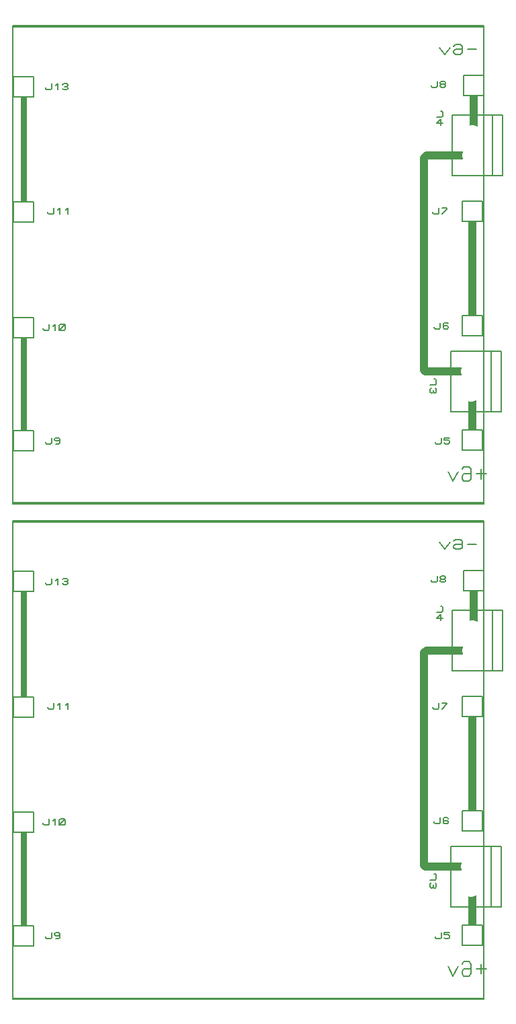
<source format=gbr>
G04 GerbMagic V3.6(Build 14551) Date:Mon Jul 18 17:47:41 2016*
G04 F:\2 SVN XBee\trunk\XBeeRemoteController\ODB_Power\Power.gbr *
%FSLAX24Y24*%
%MOIN*%
%SFA1.000B1.000*%
%MIA0B0*%
%OFA0B0*%
%INGerber*%
%IPPOS*%
%ADD10C,0.04*%
%ADD11C,0.008*%
%ADD12R,0.1X0.1*%
%ADD13C,0.1*%
%ADD14C,0.03*%
%ADD15R,0.08X0.08*%
%ADD16C,0.08*%
%LN*
LPD*%
G54D10*
X28756Y11602D03*
Y12602D03*
X28835Y9200D03*
Y23295D03*
Y24295D03*
X28874Y26759D03*
X28835Y14870D03*
Y20539D03*
X6551Y9161D03*
Y14791D03*
Y20500D03*
Y26720D03*
%LN*
LPD*%
X28756Y36119D03*
Y37119D03*
X28835Y33718D03*
Y47812D03*
Y48812D03*
X28874Y51277D03*
X28835Y39387D03*
Y45056D03*
X6551Y33678D03*
Y39308D03*
Y45017D03*
Y51237D03*
%LN*
LPD*%
X6039Y29717D02*
G54D11*
G01Y6067D01*
X29389Y29717D02*
G01X6039D01*
X29389Y6067D02*
G01Y29717D01*
X6039Y6067D02*
G01X29389D01*
%LN*
LPD*%
X6039Y54274D02*
G01Y30624D01*
X29389Y54274D02*
G01X6039D01*
X29389Y30624D02*
G01Y54274D01*
X6039Y30624D02*
G01X29389D01*
%LN*
LPD*%
X29025Y28563D02*
G01X28587D01*
X27887Y28723D02*
G01X27975Y28803D01*
X27975Y28803D02*
G01X28237D01*
X28237Y28803D02*
G01X28325Y28723D01*
X28325Y28723D02*
G01Y28403D01*
X28325Y28403D02*
G01X28237Y28323D01*
X28237Y28323D02*
G01X27975D01*
X27975Y28323D02*
G01X27887Y28403D01*
X27887Y28403D02*
G01Y28483D01*
X27887Y28483D02*
G01X27975Y28563D01*
X27975Y28563D02*
G01X28325D01*
X27712Y28643D02*
G01X27450Y28323D01*
X27450Y28323D02*
G01X27187Y28643D01*
X29532Y7528D02*
G01X29007D01*
X29269Y7768D02*
G01Y7288D01*
X28307Y7768D02*
G01X28394Y7888D01*
X28394Y7888D02*
G01X28657D01*
X28657Y7888D02*
G01X28744Y7768D01*
X28744Y7768D02*
G01Y7288D01*
X28744Y7288D02*
G01X28657Y7168D01*
X28657Y7168D02*
G01X28394D01*
X28394Y7168D02*
G01X28307Y7288D01*
X28307Y7288D02*
G01Y7408D01*
X28307Y7408D02*
G01X28394Y7528D01*
X28394Y7528D02*
G01X28744D01*
X28132Y7648D02*
G01X27869Y7168D01*
X27869Y7168D02*
G01X27607Y7648D01*
X29756Y10602D02*
G01Y13602D01*
X26935Y12226D02*
G01X26985D01*
X26985Y12226D02*
G01X27035Y12176D01*
X27035Y12176D02*
G01Y11976D01*
X27035Y11976D02*
G01X26985Y11926D01*
X26985Y11926D02*
G01X26735D01*
X26785Y11776D02*
G01X26735Y11726D01*
X26735Y11726D02*
G01Y11576D01*
X26735Y11576D02*
G01X26785Y11526D01*
X26785Y11526D02*
G01X26835D01*
X26835Y11526D02*
G01X26885Y11576D01*
X26885Y11576D02*
G01X26935Y11526D01*
X26935Y11526D02*
G01X26985D01*
X26985Y11526D02*
G01X27035Y11576D01*
X27035Y11576D02*
G01Y11726D01*
X27035Y11726D02*
G01X26985Y11776D01*
X26885Y11676D02*
G01Y11576D01*
X29835Y22295D02*
G01Y25295D01*
X27250Y25494D02*
G01X27300D01*
X27300Y25494D02*
G01X27350Y25444D01*
X27350Y25444D02*
G01Y25244D01*
X27350Y25244D02*
G01X27300Y25194D01*
X27300Y25194D02*
G01X27050D01*
X27250Y24794D02*
G01Y25094D01*
X27250Y25094D02*
G01X27050Y24894D01*
X27050Y24894D02*
G01X27350D01*
X27756Y13602D02*
G01Y10602D01*
X30256Y13602D02*
G01X27756D01*
X30256Y10602D02*
G01Y13602D01*
X27756Y10602D02*
G01X30256D01*
X27835Y25295D02*
G01Y22295D01*
X30335Y25295D02*
G01X27835D01*
X30335Y22295D02*
G01Y25295D01*
X27835Y22295D02*
G01X30335D01*
%LN*
LPD*%
X29025Y53080D02*
G01X28587D01*
X27887Y53240D02*
G01X27975Y53320D01*
X27975Y53320D02*
G01X28237D01*
X28237Y53320D02*
G01X28325Y53240D01*
X28325Y53240D02*
G01Y52920D01*
X28325Y52920D02*
G01X28237Y52840D01*
X28237Y52840D02*
G01X27975D01*
X27975Y52840D02*
G01X27887Y52920D01*
X27887Y52920D02*
G01Y53000D01*
X27887Y53000D02*
G01X27975Y53080D01*
X27975Y53080D02*
G01X28325D01*
X27712Y53160D02*
G01X27450Y52840D01*
X27450Y52840D02*
G01X27187Y53160D01*
X29532Y32045D02*
G01X29007D01*
X29269Y32285D02*
G01Y31805D01*
X28307Y32285D02*
G01X28394Y32405D01*
X28394Y32405D02*
G01X28657D01*
X28657Y32405D02*
G01X28744Y32285D01*
X28744Y32285D02*
G01Y31805D01*
X28744Y31805D02*
G01X28657Y31685D01*
X28657Y31685D02*
G01X28394D01*
X28394Y31685D02*
G01X28307Y31805D01*
X28307Y31805D02*
G01Y31925D01*
X28307Y31925D02*
G01X28394Y32045D01*
X28394Y32045D02*
G01X28744D01*
X28132Y32165D02*
G01X27869Y31685D01*
X27869Y31685D02*
G01X27607Y32165D01*
X29756Y35119D02*
G01Y38119D01*
X26935Y36744D02*
G01X26985D01*
X26985Y36744D02*
G01X27035Y36694D01*
X27035Y36694D02*
G01Y36494D01*
X27035Y36494D02*
G01X26985Y36444D01*
X26985Y36444D02*
G01X26735D01*
X26785Y36294D02*
G01X26735Y36244D01*
X26735Y36244D02*
G01Y36094D01*
X26735Y36094D02*
G01X26785Y36044D01*
X26785Y36044D02*
G01X26835D01*
X26835Y36044D02*
G01X26885Y36094D01*
X26885Y36094D02*
G01X26935Y36044D01*
X26935Y36044D02*
G01X26985D01*
X26985Y36044D02*
G01X27035Y36094D01*
X27035Y36094D02*
G01Y36244D01*
X27035Y36244D02*
G01X26985Y36294D01*
X26885Y36194D02*
G01Y36094D01*
X29835Y46812D02*
G01Y49812D01*
X27250Y50011D02*
G01X27300D01*
X27300Y50011D02*
G01X27350Y49961D01*
X27350Y49961D02*
G01Y49761D01*
X27350Y49761D02*
G01X27300Y49711D01*
X27300Y49711D02*
G01X27050D01*
X27250Y49311D02*
G01Y49611D01*
X27250Y49611D02*
G01X27050Y49411D01*
X27050Y49411D02*
G01X27350D01*
X27756Y38119D02*
G01Y35119D01*
X30256Y38119D02*
G01X27756D01*
X30256Y35119D02*
G01Y38119D01*
X27756Y35119D02*
G01X30256D01*
X27835Y49812D02*
G01Y46812D01*
X30335Y49812D02*
G01X27835D01*
X30335Y46812D02*
G01Y49812D01*
X27835Y46812D02*
G01X30335D01*
%LN*
LPC*%
G54D13*
X28756Y11602D03*
Y12602D03*
G54D12*
X28835Y9200D03*
G54D13*
Y23295D03*
Y24295D03*
G54D12*
X28874Y26759D03*
X28835Y14870D03*
Y20539D03*
X6551Y9161D03*
Y14791D03*
Y20500D03*
Y26720D03*
%LN*
LPC*%
G54D13*
X28756Y36119D03*
Y37119D03*
G54D12*
X28835Y33718D03*
G54D13*
Y47812D03*
Y48812D03*
G54D12*
X28874Y51277D03*
X28835Y39387D03*
Y45056D03*
X6551Y33678D03*
Y39308D03*
Y45017D03*
Y51237D03*
%LN*
LPD*%
G54D16*
X28756Y11602D03*
Y12602D03*
G54D15*
X28835Y9200D03*
G54D16*
Y23295D03*
Y24295D03*
G54D15*
X28874Y26759D03*
X28835Y14870D03*
Y20539D03*
X6551Y9161D03*
Y14791D03*
Y20500D03*
Y26720D03*
X28835Y23295D02*
G54D10*
G01X26544D01*
X26544Y23295D02*
G01X26436Y23188D01*
X26436Y23188D02*
G01Y12660D01*
X26436Y12660D02*
G01X26494Y12602D01*
X26494Y12602D02*
G01X28756D01*
X28756Y12602D02*
G01X28756Y12602D01*
X28835Y20539D02*
G01Y14870D01*
X28756Y11602D02*
G01X28835Y11523D01*
X28835Y11523D02*
G01Y9200D01*
X28835Y24295D02*
G01X28874D01*
X28874Y24295D02*
G01Y26759D01*
X6551Y14791D02*
G54D14*
G01Y9161D01*
X6551Y26720D02*
G01Y20500D01*
%LN*
LPD*%
G54D16*
X28756Y36119D03*
Y37119D03*
G54D15*
X28835Y33718D03*
G54D16*
Y47812D03*
Y48812D03*
G54D15*
X28874Y51277D03*
X28835Y39387D03*
Y45056D03*
X6551Y33678D03*
Y39308D03*
Y45017D03*
Y51237D03*
X28835Y47812D02*
G54D10*
G01X26544D01*
X26544Y47812D02*
G01X26436Y47705D01*
X26436Y47705D02*
G01Y37177D01*
X26436Y37177D02*
G01X26494Y37119D01*
X26494Y37119D02*
G01X28756D01*
X28756Y37119D02*
G01X28756Y37119D01*
X28835Y45056D02*
G01Y39387D01*
X28756Y36119D02*
G01X28835Y36040D01*
X28835Y36040D02*
G01Y33718D01*
X28835Y48812D02*
G01X28874D01*
X28874Y48812D02*
G01Y51277D01*
X6551Y39308D02*
G54D14*
G01Y33678D01*
X6551Y51237D02*
G01Y45017D01*
%LN*
LPD*%
G54D16*
X28756Y11602D03*
Y12602D03*
G54D15*
X28835Y9200D03*
G54D16*
Y23295D03*
Y24295D03*
G54D15*
X28874Y26759D03*
X28835Y14870D03*
Y20539D03*
X6551Y9161D03*
Y14791D03*
Y20500D03*
Y26720D03*
%LN*
LPD*%
G54D16*
X28756Y36119D03*
Y37119D03*
G54D15*
X28835Y33718D03*
G54D16*
Y47812D03*
Y48812D03*
G54D15*
X28874Y51277D03*
X28835Y39387D03*
Y45056D03*
X6551Y33678D03*
Y39308D03*
Y45017D03*
Y51237D03*
%LN*
LPC*%
G54D13*
X28756Y11602D03*
Y12602D03*
G54D12*
X28835Y9200D03*
G54D13*
Y23295D03*
Y24295D03*
G54D12*
X28874Y26759D03*
X28835Y14870D03*
Y20539D03*
X6551Y9161D03*
Y14791D03*
Y20500D03*
Y26720D03*
%LN*
LPC*%
G54D13*
X28756Y36119D03*
Y37119D03*
G54D12*
X28835Y33718D03*
G54D13*
Y47812D03*
Y48812D03*
G54D12*
X28874Y51277D03*
X28835Y39387D03*
Y45056D03*
X6551Y33678D03*
Y39308D03*
Y45017D03*
Y51237D03*
%LN*
LPD*%
X26978Y9114D02*
G54D11*
G01Y9064D01*
X26978Y9064D02*
G01X27028Y9014D01*
X27028Y9014D02*
G01X27228D01*
X27228Y9014D02*
G01X27278Y9064D01*
X27278Y9064D02*
G01Y9314D01*
X27678Y9314D02*
G01X27428D01*
X27428Y9314D02*
G01Y9214D01*
X27428Y9214D02*
G01X27628D01*
X27628Y9214D02*
G01X27678Y9164D01*
X27678Y9164D02*
G01Y9064D01*
X27678Y9064D02*
G01X27628Y9014D01*
X27628Y9014D02*
G01X27478D01*
X27478Y9014D02*
G01X27428Y9064D01*
X26781Y26791D02*
G01Y26741D01*
X26781Y26741D02*
G01X26831Y26691D01*
X26831Y26691D02*
G01X27031D01*
X27031Y26691D02*
G01X27081Y26741D01*
X27081Y26741D02*
G01Y26991D01*
X27281Y26841D02*
G01X27231Y26891D01*
X27231Y26891D02*
G01Y26941D01*
X27231Y26941D02*
G01X27281Y26991D01*
X27281Y26991D02*
G01X27431D01*
X27431Y26991D02*
G01X27481Y26941D01*
X27481Y26941D02*
G01Y26891D01*
X27481Y26891D02*
G01X27431Y26841D01*
X27431Y26841D02*
G01X27281D01*
X27281Y26841D02*
G01X27231Y26791D01*
X27231Y26791D02*
G01Y26741D01*
X27231Y26741D02*
G01X27281Y26691D01*
X27281Y26691D02*
G01X27431D01*
X27431Y26691D02*
G01X27481Y26741D01*
X27481Y26741D02*
G01Y26791D01*
X27481Y26791D02*
G01X27431Y26841D01*
X26939Y14822D02*
G01Y14772D01*
X26939Y14772D02*
G01X26989Y14722D01*
X26989Y14722D02*
G01X27189D01*
X27189Y14722D02*
G01X27239Y14772D01*
X27239Y14772D02*
G01Y15022D01*
X27639Y14972D02*
G01X27589Y15022D01*
X27589Y15022D02*
G01X27439D01*
X27439Y15022D02*
G01X27389Y14972D01*
X27389Y14972D02*
G01Y14772D01*
X27389Y14772D02*
G01X27439Y14722D01*
X27439Y14722D02*
G01X27589D01*
X27589Y14722D02*
G01X27639Y14772D01*
X27639Y14772D02*
G01Y14822D01*
X27639Y14822D02*
G01X27589Y14872D01*
X27589Y14872D02*
G01X27389D01*
X26860Y20492D02*
G01Y20442D01*
X26860Y20442D02*
G01X26910Y20392D01*
X26910Y20392D02*
G01X27110D01*
X27110Y20392D02*
G01X27160Y20442D01*
X27160Y20442D02*
G01Y20692D01*
X27310Y20692D02*
G01X27560D01*
X27560Y20692D02*
G01Y20642D01*
X27560Y20642D02*
G01X27310Y20392D01*
X7647Y9114D02*
G01Y9064D01*
X7647Y9064D02*
G01X7697Y9014D01*
X7697Y9014D02*
G01X7897D01*
X7897Y9014D02*
G01X7947Y9064D01*
X7947Y9064D02*
G01Y9314D01*
X8347Y9214D02*
G01X8297Y9164D01*
X8297Y9164D02*
G01X8147D01*
X8147Y9164D02*
G01X8097Y9214D01*
X8097Y9214D02*
G01Y9264D01*
X8097Y9264D02*
G01X8147Y9314D01*
X8147Y9314D02*
G01X8297D01*
X8297Y9314D02*
G01X8347Y9264D01*
X8347Y9264D02*
G01Y9064D01*
X8347Y9064D02*
G01X8297Y9014D01*
X8297Y9014D02*
G01X8147D01*
X7526Y14744D02*
G01Y14694D01*
X7526Y14694D02*
G01X7576Y14644D01*
X7576Y14644D02*
G01X7776D01*
X7776Y14644D02*
G01X7826Y14694D01*
X7826Y14694D02*
G01Y14944D01*
X8026Y14844D02*
G01X8126Y14944D01*
X8126Y14944D02*
G01Y14644D01*
X8326Y14694D02*
G01Y14894D01*
X8326Y14894D02*
G01X8376Y14944D01*
X8376Y14944D02*
G01X8576D01*
X8576Y14944D02*
G01X8626Y14894D01*
X8626Y14894D02*
G01Y14694D01*
X8626Y14694D02*
G01X8576Y14644D01*
X8576Y14644D02*
G01X8376D01*
X8376Y14644D02*
G01X8326Y14694D01*
X8326Y14644D02*
G01X8626Y14944D01*
X7762Y20492D02*
G01Y20442D01*
X7762Y20442D02*
G01X7812Y20392D01*
X7812Y20392D02*
G01X8012D01*
X8012Y20392D02*
G01X8062Y20442D01*
X8062Y20442D02*
G01Y20692D01*
X8262Y20592D02*
G01X8362Y20692D01*
X8362Y20692D02*
G01Y20392D01*
X8662Y20592D02*
G01X8762Y20692D01*
X8762Y20692D02*
G01Y20392D01*
X7644Y26673D02*
G01Y26623D01*
X7644Y26623D02*
G01X7694Y26573D01*
X7694Y26573D02*
G01X7894D01*
X7894Y26573D02*
G01X7944Y26623D01*
X7944Y26623D02*
G01Y26873D01*
X8144Y26773D02*
G01X8244Y26873D01*
X8244Y26873D02*
G01Y26573D01*
X8494Y26823D02*
G01X8544Y26873D01*
X8544Y26873D02*
G01X8694D01*
X8694Y26873D02*
G01X8744Y26823D01*
X8744Y26823D02*
G01Y26773D01*
X8744Y26773D02*
G01X8694Y26723D01*
X8694Y26723D02*
G01X8744Y26673D01*
X8744Y26673D02*
G01Y26623D01*
X8744Y26623D02*
G01X8694Y26573D01*
X8694Y26573D02*
G01X8544D01*
X8544Y26573D02*
G01X8494Y26623D01*
X8594Y26723D02*
G01X8694D01*
X28335Y9700D02*
G01Y8700D01*
X29335Y9700D02*
G01X28335D01*
X29335Y8700D02*
G01Y9700D01*
X28335Y8700D02*
G01X29335D01*
X28374Y27259D02*
G01Y26259D01*
X29374Y27259D02*
G01X28374D01*
X29374Y26259D02*
G01Y27259D01*
X28374Y26259D02*
G01X29374D01*
X28335Y15370D02*
G01Y14370D01*
X29335Y15370D02*
G01X28335D01*
X29335Y14370D02*
G01Y15370D01*
X28335Y14370D02*
G01X29335D01*
X28335Y21039D02*
G01Y20039D01*
X29335Y21039D02*
G01X28335D01*
X29335Y20039D02*
G01Y21039D01*
X28335Y20039D02*
G01X29335D01*
X6051Y9661D02*
G01Y8661D01*
X7051Y9661D02*
G01X6051D01*
X7051Y8661D02*
G01Y9661D01*
X6051Y8661D02*
G01X7051D01*
X6051Y15291D02*
G01Y14291D01*
X7051Y15291D02*
G01X6051D01*
X7051Y14291D02*
G01Y15291D01*
X6051Y14291D02*
G01X7051D01*
X6051Y21000D02*
G01Y20000D01*
X7051Y21000D02*
G01X6051D01*
X7051Y20000D02*
G01Y21000D01*
X6051Y20000D02*
G01X7051D01*
X6051Y27220D02*
G01Y26220D01*
X7051Y27220D02*
G01X6051D01*
X7051Y26220D02*
G01Y27220D01*
X6051Y26220D02*
G01X7051D01*
X6039Y29662D02*
G01Y6040D01*
X29386Y29662D02*
G01X6039D01*
X29386Y6040D02*
G01Y29662D01*
X6039Y6040D02*
G01X29386D01*
%LN*
LPD*%
X26978Y33631D02*
G01Y33581D01*
X26978Y33581D02*
G01X27028Y33531D01*
X27028Y33531D02*
G01X27228D01*
X27228Y33531D02*
G01X27278Y33581D01*
X27278Y33581D02*
G01Y33831D01*
X27678Y33831D02*
G01X27428D01*
X27428Y33831D02*
G01Y33731D01*
X27428Y33731D02*
G01X27628D01*
X27628Y33731D02*
G01X27678Y33681D01*
X27678Y33681D02*
G01Y33581D01*
X27678Y33581D02*
G01X27628Y33531D01*
X27628Y33531D02*
G01X27478D01*
X27478Y33531D02*
G01X27428Y33581D01*
X26781Y51308D02*
G01Y51258D01*
X26781Y51258D02*
G01X26831Y51208D01*
X26831Y51208D02*
G01X27031D01*
X27031Y51208D02*
G01X27081Y51258D01*
X27081Y51258D02*
G01Y51508D01*
X27281Y51358D02*
G01X27231Y51408D01*
X27231Y51408D02*
G01Y51458D01*
X27231Y51458D02*
G01X27281Y51508D01*
X27281Y51508D02*
G01X27431D01*
X27431Y51508D02*
G01X27481Y51458D01*
X27481Y51458D02*
G01Y51408D01*
X27481Y51408D02*
G01X27431Y51358D01*
X27431Y51358D02*
G01X27281D01*
X27281Y51358D02*
G01X27231Y51308D01*
X27231Y51308D02*
G01Y51258D01*
X27231Y51258D02*
G01X27281Y51208D01*
X27281Y51208D02*
G01X27431D01*
X27431Y51208D02*
G01X27481Y51258D01*
X27481Y51258D02*
G01Y51308D01*
X27481Y51308D02*
G01X27431Y51358D01*
X26939Y39339D02*
G01Y39289D01*
X26939Y39289D02*
G01X26989Y39239D01*
X26989Y39239D02*
G01X27189D01*
X27189Y39239D02*
G01X27239Y39289D01*
X27239Y39289D02*
G01Y39539D01*
X27639Y39489D02*
G01X27589Y39539D01*
X27589Y39539D02*
G01X27439D01*
X27439Y39539D02*
G01X27389Y39489D01*
X27389Y39489D02*
G01Y39289D01*
X27389Y39289D02*
G01X27439Y39239D01*
X27439Y39239D02*
G01X27589D01*
X27589Y39239D02*
G01X27639Y39289D01*
X27639Y39289D02*
G01Y39339D01*
X27639Y39339D02*
G01X27589Y39389D01*
X27589Y39389D02*
G01X27389D01*
X26860Y45009D02*
G01Y44959D01*
X26860Y44959D02*
G01X26910Y44909D01*
X26910Y44909D02*
G01X27110D01*
X27110Y44909D02*
G01X27160Y44959D01*
X27160Y44959D02*
G01Y45209D01*
X27310Y45209D02*
G01X27560D01*
X27560Y45209D02*
G01Y45159D01*
X27560Y45159D02*
G01X27310Y44909D01*
X7647Y33631D02*
G01Y33581D01*
X7647Y33581D02*
G01X7697Y33531D01*
X7697Y33531D02*
G01X7897D01*
X7897Y33531D02*
G01X7947Y33581D01*
X7947Y33581D02*
G01Y33831D01*
X8347Y33731D02*
G01X8297Y33681D01*
X8297Y33681D02*
G01X8147D01*
X8147Y33681D02*
G01X8097Y33731D01*
X8097Y33731D02*
G01Y33781D01*
X8097Y33781D02*
G01X8147Y33831D01*
X8147Y33831D02*
G01X8297D01*
X8297Y33831D02*
G01X8347Y33781D01*
X8347Y33781D02*
G01Y33581D01*
X8347Y33581D02*
G01X8297Y33531D01*
X8297Y33531D02*
G01X8147D01*
X7526Y39261D02*
G01Y39211D01*
X7526Y39211D02*
G01X7576Y39161D01*
X7576Y39161D02*
G01X7776D01*
X7776Y39161D02*
G01X7826Y39211D01*
X7826Y39211D02*
G01Y39461D01*
X8026Y39361D02*
G01X8126Y39461D01*
X8126Y39461D02*
G01Y39161D01*
X8326Y39211D02*
G01Y39411D01*
X8326Y39411D02*
G01X8376Y39461D01*
X8376Y39461D02*
G01X8576D01*
X8576Y39461D02*
G01X8626Y39411D01*
X8626Y39411D02*
G01Y39211D01*
X8626Y39211D02*
G01X8576Y39161D01*
X8576Y39161D02*
G01X8376D01*
X8376Y39161D02*
G01X8326Y39211D01*
X8326Y39161D02*
G01X8626Y39461D01*
X7762Y45009D02*
G01Y44959D01*
X7762Y44959D02*
G01X7812Y44909D01*
X7812Y44909D02*
G01X8012D01*
X8012Y44909D02*
G01X8062Y44959D01*
X8062Y44959D02*
G01Y45209D01*
X8262Y45109D02*
G01X8362Y45209D01*
X8362Y45209D02*
G01Y44909D01*
X8662Y45109D02*
G01X8762Y45209D01*
X8762Y45209D02*
G01Y44909D01*
X7644Y51190D02*
G01Y51140D01*
X7644Y51140D02*
G01X7694Y51090D01*
X7694Y51090D02*
G01X7894D01*
X7894Y51090D02*
G01X7944Y51140D01*
X7944Y51140D02*
G01Y51390D01*
X8144Y51290D02*
G01X8244Y51390D01*
X8244Y51390D02*
G01Y51090D01*
X8494Y51340D02*
G01X8544Y51390D01*
X8544Y51390D02*
G01X8694D01*
X8694Y51390D02*
G01X8744Y51340D01*
X8744Y51340D02*
G01Y51290D01*
X8744Y51290D02*
G01X8694Y51240D01*
X8694Y51240D02*
G01X8744Y51190D01*
X8744Y51190D02*
G01Y51140D01*
X8744Y51140D02*
G01X8694Y51090D01*
X8694Y51090D02*
G01X8544D01*
X8544Y51090D02*
G01X8494Y51140D01*
X8594Y51240D02*
G01X8694D01*
X28335Y34218D02*
G01Y33218D01*
X29335Y34218D02*
G01X28335D01*
X29335Y33218D02*
G01Y34218D01*
X28335Y33218D02*
G01X29335D01*
X28374Y51777D02*
G01Y50777D01*
X29374Y51777D02*
G01X28374D01*
X29374Y50777D02*
G01Y51777D01*
X28374Y50777D02*
G01X29374D01*
X28335Y39887D02*
G01Y38887D01*
X29335Y39887D02*
G01X28335D01*
X29335Y38887D02*
G01Y39887D01*
X28335Y38887D02*
G01X29335D01*
X28335Y45556D02*
G01Y44556D01*
X29335Y45556D02*
G01X28335D01*
X29335Y44556D02*
G01Y45556D01*
X28335Y44556D02*
G01X29335D01*
X6051Y34178D02*
G01Y33178D01*
X7051Y34178D02*
G01X6051D01*
X7051Y33178D02*
G01Y34178D01*
X6051Y33178D02*
G01X7051D01*
X6051Y39808D02*
G01Y38808D01*
X7051Y39808D02*
G01X6051D01*
X7051Y38808D02*
G01Y39808D01*
X6051Y38808D02*
G01X7051D01*
X6051Y45517D02*
G01Y44517D01*
X7051Y45517D02*
G01X6051D01*
X7051Y44517D02*
G01Y45517D01*
X6051Y44517D02*
G01X7051D01*
X6051Y51737D02*
G01Y50737D01*
X7051Y51737D02*
G01X6051D01*
X7051Y50737D02*
G01Y51737D01*
X6051Y50737D02*
G01X7051D01*
X6039Y54179D02*
G01Y30557D01*
X29386Y54179D02*
G01X6039D01*
X29386Y30557D02*
G01Y54179D01*
X6039Y30557D02*
G01X29386D01*
M02*

</source>
